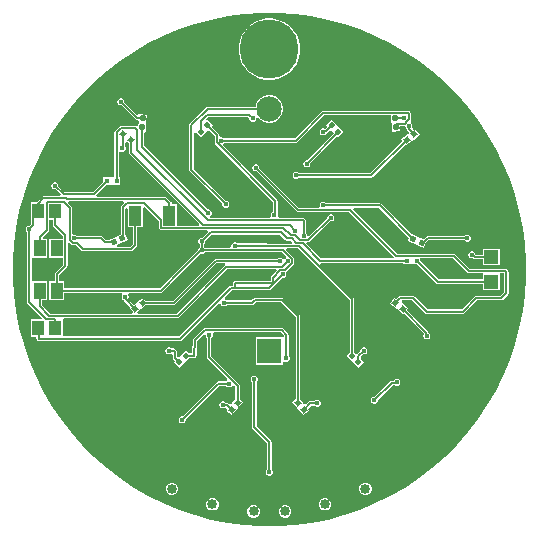
<source format=gbl>
G04*
G04 #@! TF.GenerationSoftware,Altium Limited,Altium Designer,25.0.2 (28)*
G04*
G04 Layer_Physical_Order=2*
G04 Layer_Color=16711680*
%FSLAX44Y44*%
%MOMM*%
G71*
G04*
G04 #@! TF.SameCoordinates,16F35CEF-FA67-4110-AEDA-BA59390F761F*
G04*
G04*
G04 #@! TF.FilePolarity,Positive*
G04*
G01*
G75*
%ADD14R,0.4500X0.4500*%
%ADD35C,2.1450*%
%ADD36R,2.1450X2.1450*%
%ADD38C,0.1600*%
%ADD39C,0.8500*%
%ADD40C,5.0000*%
%ADD41C,0.4000*%
%ADD42R,1.0500X1.4000*%
%ADD43R,1.1000X1.7000*%
%ADD44P,0.6364X4X263.0*%
%ADD45P,0.6364X4X187.0*%
%ADD46P,0.6364X4X293.0*%
%ADD47P,0.6364X4X180.0*%
%ADD48P,0.6364X4X173.0*%
%ADD49P,0.6364X4X160.0*%
%ADD50P,0.6364X4X100.0*%
%ADD51P,0.6364X4X400.0*%
%ADD52P,0.6364X4X270.0*%
%ADD53P,0.6364X4X277.0*%
%ADD54P,0.6364X4X350.0*%
%ADD55P,0.6364X4X50.0*%
%ADD56R,1.2000X1.2000*%
%ADD57R,1.0057X1.3082*%
G36*
X1349721Y1004943D02*
X1363820Y1003087D01*
X1377768Y1000313D01*
X1391505Y996632D01*
X1404971Y992061D01*
X1418109Y986619D01*
X1430864Y980329D01*
X1443180Y973218D01*
X1455004Y965318D01*
X1466286Y956660D01*
X1476978Y947284D01*
X1487034Y937228D01*
X1496410Y926536D01*
X1505068Y915254D01*
X1512968Y903430D01*
X1520079Y891114D01*
X1526369Y878359D01*
X1531811Y865221D01*
X1536382Y851755D01*
X1540063Y838018D01*
X1542837Y824070D01*
X1544693Y809971D01*
X1545623Y795780D01*
Y788670D01*
Y781560D01*
X1544693Y767369D01*
X1542837Y753270D01*
X1540063Y739322D01*
X1536382Y725585D01*
X1531811Y712119D01*
X1526369Y698981D01*
X1520079Y686226D01*
X1512968Y673910D01*
X1505068Y662086D01*
X1496410Y650804D01*
X1487034Y640112D01*
X1476978Y630056D01*
X1466286Y620680D01*
X1455004Y612022D01*
X1443180Y604122D01*
X1430864Y597011D01*
X1418109Y590721D01*
X1404971Y585279D01*
X1391505Y580708D01*
X1377768Y577027D01*
X1363820Y574253D01*
X1349721Y572397D01*
X1335531Y571467D01*
X1321310D01*
X1307119Y572397D01*
X1293020Y574253D01*
X1279072Y577027D01*
X1265335Y580708D01*
X1251869Y585279D01*
X1238731Y590721D01*
X1225976Y597011D01*
X1213660Y604122D01*
X1201836Y612022D01*
X1190554Y620680D01*
X1179862Y630056D01*
X1169806Y640112D01*
X1160430Y650804D01*
X1151772Y662086D01*
X1143872Y673910D01*
X1136761Y686226D01*
X1130471Y698981D01*
X1125029Y712119D01*
X1120458Y725585D01*
X1116777Y739322D01*
X1114003Y753270D01*
X1112147Y767369D01*
X1111217Y781560D01*
Y788670D01*
Y795780D01*
X1112147Y809971D01*
X1114003Y824070D01*
X1116777Y838018D01*
X1120458Y851755D01*
X1125029Y865221D01*
X1130471Y878359D01*
X1136761Y891114D01*
X1143872Y903430D01*
X1151772Y915254D01*
X1160430Y926536D01*
X1169806Y937228D01*
X1179862Y947284D01*
X1190554Y956660D01*
X1201836Y965318D01*
X1213660Y973218D01*
X1225976Y980329D01*
X1238731Y986619D01*
X1251869Y992061D01*
X1265335Y996632D01*
X1279072Y1000313D01*
X1293020Y1003087D01*
X1307119Y1004943D01*
X1321310Y1005873D01*
X1335531D01*
X1349721Y1004943D01*
D02*
G37*
%LPC*%
G36*
X1330981Y1001360D02*
X1325859D01*
X1320836Y1000361D01*
X1316104Y998401D01*
X1311846Y995555D01*
X1308224Y991934D01*
X1305379Y987676D01*
X1303419Y982944D01*
X1302420Y977921D01*
Y972799D01*
X1303419Y967776D01*
X1305379Y963044D01*
X1308224Y958786D01*
X1311846Y955164D01*
X1316104Y952319D01*
X1320836Y950359D01*
X1325859Y949360D01*
X1330981D01*
X1336004Y950359D01*
X1340736Y952319D01*
X1344994Y955164D01*
X1348616Y958786D01*
X1351461Y963044D01*
X1353421Y967776D01*
X1354420Y972799D01*
Y977921D01*
X1353421Y982944D01*
X1351461Y987676D01*
X1348616Y991934D01*
X1344994Y995555D01*
X1340736Y998401D01*
X1336004Y1000361D01*
X1330981Y1001360D01*
D02*
G37*
G36*
X1381172Y915424D02*
X1376576Y910828D01*
X1377576Y909828D01*
X1375813Y908064D01*
X1374737Y908510D01*
X1373543D01*
X1372441Y908053D01*
X1371597Y907209D01*
X1371140Y906107D01*
Y904913D01*
X1371597Y903811D01*
X1372441Y902967D01*
X1373543Y902510D01*
X1374737D01*
X1375839Y902967D01*
X1376683Y903811D01*
X1376862Y904243D01*
X1377015Y904274D01*
X1377610Y904671D01*
X1379684Y906745D01*
X1381172Y906232D01*
X1382232Y905172D01*
X1382745Y903684D01*
X1360339Y881278D01*
X1359337D01*
X1358235Y880821D01*
X1357391Y879977D01*
X1356934Y878874D01*
Y877681D01*
X1357391Y876578D01*
X1358235Y875734D01*
X1359337Y875278D01*
X1360531D01*
X1361634Y875734D01*
X1362478Y876578D01*
X1362934Y877681D01*
Y878682D01*
X1385828Y901576D01*
X1386828Y900575D01*
X1391425Y905172D01*
X1386899Y909697D01*
X1386828Y909768D01*
X1385768Y910828D01*
X1385697Y910899D01*
X1381172Y915424D01*
D02*
G37*
G36*
X1329964Y936395D02*
X1326876D01*
X1323894Y935596D01*
X1321221Y934053D01*
X1319038Y931870D01*
X1317494Y929196D01*
X1316773Y926506D01*
X1276206D01*
X1275504Y926366D01*
X1274909Y925968D01*
X1261082Y912142D01*
X1260684Y911546D01*
X1260545Y910844D01*
Y873252D01*
X1260684Y872550D01*
X1261082Y871954D01*
X1288590Y844446D01*
Y843445D01*
X1289047Y842343D01*
X1289891Y841499D01*
X1290993Y841042D01*
X1292187D01*
X1293289Y841499D01*
X1294133Y842343D01*
X1294590Y843445D01*
Y844639D01*
X1294133Y845741D01*
X1293289Y846585D01*
X1292187Y847042D01*
X1291185D01*
X1264215Y874012D01*
Y904115D01*
X1264446Y904374D01*
X1266239Y904508D01*
X1266608Y904140D01*
X1270172Y900575D01*
X1274768Y905172D01*
X1274768D01*
X1276029Y906432D01*
X1277629D01*
X1282145Y901916D01*
Y896316D01*
X1282285Y895614D01*
X1282682Y895018D01*
X1331665Y846036D01*
Y837667D01*
X1331039Y837408D01*
X1330195Y836564D01*
X1329738Y835461D01*
Y834268D01*
X1329843Y834015D01*
X1328854Y832415D01*
X1278338D01*
X1278020Y834015D01*
X1278303Y834133D01*
X1279147Y834977D01*
X1279604Y836079D01*
Y837273D01*
X1279147Y838375D01*
X1278303Y839219D01*
X1277201Y839676D01*
X1276199D01*
X1222487Y893389D01*
Y904469D01*
X1223606Y905494D01*
X1223606D01*
X1224164Y911870D01*
X1224303Y913464D01*
X1224312Y913563D01*
X1224870Y919939D01*
X1218394Y920506D01*
X1218353Y920028D01*
X1216700Y919495D01*
X1205690Y930505D01*
Y931507D01*
X1205233Y932609D01*
X1204389Y933453D01*
X1203287Y933910D01*
X1202093D01*
X1200991Y933453D01*
X1200147Y932609D01*
X1199690Y931507D01*
Y930313D01*
X1200147Y929211D01*
X1200991Y928367D01*
X1202093Y927910D01*
X1203095D01*
X1215108Y915896D01*
X1215704Y915498D01*
X1216406Y915359D01*
X1216760D01*
X1217841Y914179D01*
X1217697Y912536D01*
X1217688Y912437D01*
X1217504Y910328D01*
X1216761Y910058D01*
X1215859Y909879D01*
X1215394Y910190D01*
X1214692Y910329D01*
X1202689D01*
X1201987Y910190D01*
X1201391Y909792D01*
X1197772Y906173D01*
X1197374Y905577D01*
X1197235Y904875D01*
Y867297D01*
X1195820Y866850D01*
X1194320D01*
Y866850D01*
X1187820D01*
Y862945D01*
X1179134Y854259D01*
X1154936D01*
X1149810Y859385D01*
Y860387D01*
X1149353Y861489D01*
X1148509Y862333D01*
X1147407Y862790D01*
X1146213D01*
X1145111Y862333D01*
X1144267Y861489D01*
X1143810Y860387D01*
Y859193D01*
X1144267Y858091D01*
X1145111Y857247D01*
X1146213Y856790D01*
X1147215D01*
X1151628Y852377D01*
X1150965Y850777D01*
X1137129D01*
X1136427Y850637D01*
X1135831Y850239D01*
X1131440Y845848D01*
X1131235Y845541D01*
X1126709D01*
Y833948D01*
X1126674Y833771D01*
Y827009D01*
X1125625Y825960D01*
X1124623D01*
X1123521Y825503D01*
X1122677Y824659D01*
X1122220Y823557D01*
Y822363D01*
X1122677Y821261D01*
X1123385Y820553D01*
Y760984D01*
X1123524Y760282D01*
X1123922Y759686D01*
X1135590Y748019D01*
X1134977Y746541D01*
X1126709D01*
Y731459D01*
X1131120D01*
X1131157Y730197D01*
X1131231Y729873D01*
X1131296Y729548D01*
X1131311Y729525D01*
X1131317Y729499D01*
X1131509Y729228D01*
X1131694Y728952D01*
X1131716Y728937D01*
X1131732Y728915D01*
X1132013Y728739D01*
X1132289Y728554D01*
X1132316Y728549D01*
X1132339Y728535D01*
X1132665Y728480D01*
X1132991Y728415D01*
X1252982D01*
X1253684Y728554D01*
X1254280Y728952D01*
X1285720Y760393D01*
X1286396Y760283D01*
X1287438Y759848D01*
X1287777Y759031D01*
X1288621Y758187D01*
X1289723Y757730D01*
X1290917D01*
X1292019Y758187D01*
X1292727Y758895D01*
X1313949D01*
X1314651Y759034D01*
X1315247Y759432D01*
X1316741Y760927D01*
X1338201D01*
X1350702Y748426D01*
Y678842D01*
X1347975Y676712D01*
X1351916Y671669D01*
X1351977Y671590D01*
X1352901Y670408D01*
X1352962Y670329D01*
X1356903Y665286D01*
X1362025Y669288D01*
X1360917Y670706D01*
X1363774Y673564D01*
X1366894D01*
X1367361Y673097D01*
X1368463Y672640D01*
X1369657D01*
X1370759Y673097D01*
X1371603Y673941D01*
X1372060Y675043D01*
Y676237D01*
X1371603Y677339D01*
X1370759Y678183D01*
X1369657Y678640D01*
X1368463D01*
X1367361Y678183D01*
X1366517Y677339D01*
X1366473Y677234D01*
X1363014D01*
X1362312Y677094D01*
X1361716Y676696D01*
X1359529Y674510D01*
X1357865Y674611D01*
X1357099Y675592D01*
X1357038Y675670D01*
X1354373Y679082D01*
Y749186D01*
X1354233Y749888D01*
X1353835Y750483D01*
X1340259Y764060D01*
X1339663Y764458D01*
X1338961Y764597D01*
X1315981D01*
X1315279Y764458D01*
X1314684Y764060D01*
X1313189Y762565D01*
X1292727D01*
X1292019Y763273D01*
X1291202Y763612D01*
X1290767Y764654D01*
X1290657Y765330D01*
X1296668Y771341D01*
X1328166D01*
X1328868Y771480D01*
X1329464Y771878D01*
X1333528Y775942D01*
X1339445Y781860D01*
X1340447D01*
X1341549Y782317D01*
X1342393Y783161D01*
X1342850Y784263D01*
Y785457D01*
X1342437Y786455D01*
X1342781Y786685D01*
X1349088Y792992D01*
X1349486Y793587D01*
X1349625Y794290D01*
Y797438D01*
X1349486Y798140D01*
X1349088Y798736D01*
X1342761Y805062D01*
X1343424Y806663D01*
X1352663D01*
X1396336Y762989D01*
Y718589D01*
X1393575Y715828D01*
X1398171Y711232D01*
X1398171D01*
X1399303Y710101D01*
X1403828Y705576D01*
X1408425Y710172D01*
X1405664Y712933D01*
Y714728D01*
X1408025Y717090D01*
X1409027D01*
X1410129Y717547D01*
X1410973Y718391D01*
X1411430Y719493D01*
Y720687D01*
X1410973Y721789D01*
X1410129Y722633D01*
X1409027Y723090D01*
X1407833D01*
X1406731Y722633D01*
X1405887Y721789D01*
X1405430Y720687D01*
Y719685D01*
X1402531Y716786D01*
X1401874Y716722D01*
X1400007Y718589D01*
Y763750D01*
X1399867Y764452D01*
X1399469Y765047D01*
X1371662Y792855D01*
X1372324Y794455D01*
X1441820D01*
Y793040D01*
X1448320D01*
Y793040D01*
X1449820D01*
Y793040D01*
X1453725D01*
X1469562Y777202D01*
X1470158Y776804D01*
X1470860Y776665D01*
X1509380D01*
Y771500D01*
X1523380D01*
Y785500D01*
X1524848Y785819D01*
X1527245D01*
Y769478D01*
X1524142Y766375D01*
X1503408D01*
X1502706Y766236D01*
X1502110Y765838D01*
X1491218Y754945D01*
X1462530D01*
X1451638Y765838D01*
X1451042Y766236D01*
X1450340Y766375D01*
X1438925D01*
X1438223Y766236D01*
X1437628Y765838D01*
X1435706Y763916D01*
X1434288Y765025D01*
X1430286Y759903D01*
X1435330Y755962D01*
X1435408Y755901D01*
X1436590Y754977D01*
X1436669Y754916D01*
X1441712Y750975D01*
X1441712D01*
X1443038Y751056D01*
X1459416Y734678D01*
X1459227Y734489D01*
X1458770Y733387D01*
Y732193D01*
X1459227Y731091D01*
X1460071Y730247D01*
X1461173Y729790D01*
X1462367D01*
X1463469Y730247D01*
X1464313Y731091D01*
X1464770Y732193D01*
Y733387D01*
X1464313Y734489D01*
X1463469Y735333D01*
X1463127Y735475D01*
X1463006Y736081D01*
X1462608Y736676D01*
X1444606Y754679D01*
X1445714Y756097D01*
X1440671Y760038D01*
X1440490Y760179D01*
X1440311Y762307D01*
X1440672Y762705D01*
X1449580D01*
X1460472Y751812D01*
X1461068Y751414D01*
X1461770Y751275D01*
X1491978D01*
X1492680Y751414D01*
X1493276Y751812D01*
X1504168Y762705D01*
X1524902D01*
X1525605Y762844D01*
X1526200Y763242D01*
X1530378Y767420D01*
X1530776Y768016D01*
X1530915Y768718D01*
Y786717D01*
X1530776Y787419D01*
X1530378Y788015D01*
X1529440Y788952D01*
X1528845Y789350D01*
X1528143Y789489D01*
X1497836D01*
X1485674Y801652D01*
X1485078Y802050D01*
X1484376Y802189D01*
X1436622D01*
X1399221Y839591D01*
X1399883Y841191D01*
X1421003D01*
X1447048Y815146D01*
X1446060Y812702D01*
X1451994Y810305D01*
X1452087Y810267D01*
X1453478Y809706D01*
X1453571Y809668D01*
X1459504Y807271D01*
X1461283Y811672D01*
X1463115Y813505D01*
X1493653D01*
X1494361Y812797D01*
X1495463Y812340D01*
X1496657D01*
X1497759Y812797D01*
X1498603Y813641D01*
X1499060Y814743D01*
Y815937D01*
X1498603Y817039D01*
X1497759Y817883D01*
X1496657Y818340D01*
X1495463D01*
X1494361Y817883D01*
X1493653Y817175D01*
X1462355D01*
X1461653Y817036D01*
X1461057Y816638D01*
X1458932Y814512D01*
X1456006Y815695D01*
X1455913Y815732D01*
X1454522Y816294D01*
X1454429Y816332D01*
X1448765Y818620D01*
X1423061Y844324D01*
X1422466Y844722D01*
X1421763Y844861D01*
X1376293D01*
X1375585Y845569D01*
X1374483Y846026D01*
X1373289D01*
X1372187Y845569D01*
X1371343Y844725D01*
X1370886Y843623D01*
Y842429D01*
X1369732Y841035D01*
X1353580D01*
X1319990Y874625D01*
Y875627D01*
X1319533Y876729D01*
X1318689Y877573D01*
X1317587Y878030D01*
X1316393D01*
X1315291Y877573D01*
X1314447Y876729D01*
X1313990Y875627D01*
Y874433D01*
X1314447Y873331D01*
X1315291Y872487D01*
X1316393Y872030D01*
X1317395D01*
X1351523Y837902D01*
X1352118Y837504D01*
X1352820Y837365D01*
X1396256D01*
X1433895Y799725D01*
X1433233Y798125D01*
X1372077D01*
X1359817Y810385D01*
X1360429Y811863D01*
X1361450D01*
X1362152Y812003D01*
X1362747Y812401D01*
X1379832Y829485D01*
X1380833D01*
X1381935Y829942D01*
X1382779Y830786D01*
X1383236Y831888D01*
Y833082D01*
X1382779Y834184D01*
X1381935Y835028D01*
X1380833Y835485D01*
X1379639D01*
X1378537Y835028D01*
X1377693Y834184D01*
X1377236Y833082D01*
Y832081D01*
X1361918Y816763D01*
X1360376Y817483D01*
Y818096D01*
X1359919Y819198D01*
X1359211Y819906D01*
Y830326D01*
X1359072Y831028D01*
X1358674Y831624D01*
X1358420Y831878D01*
X1357824Y832276D01*
X1357122Y832415D01*
X1336622D01*
X1335633Y834015D01*
X1335738Y834268D01*
Y835461D01*
X1335335Y836433D01*
Y846796D01*
X1335196Y847498D01*
X1334798Y848094D01*
X1289336Y893556D01*
X1289479Y895347D01*
X1290187Y896055D01*
X1350772D01*
X1351474Y896194D01*
X1352070Y896592D01*
X1374900Y919423D01*
X1431176D01*
X1431697Y913464D01*
X1431697D01*
X1431828Y911970D01*
D01*
X1431836Y911870D01*
X1432394Y905494D01*
X1438869Y906061D01*
X1438581Y909353D01*
X1439662Y910533D01*
X1442934D01*
X1443530Y910044D01*
Y909993D01*
X1443987Y908891D01*
X1444831Y908047D01*
X1445154Y907913D01*
Y907582D01*
X1445294Y906879D01*
X1445692Y906284D01*
X1446438Y905537D01*
X1446283Y903765D01*
X1445522Y903232D01*
X1445440Y903175D01*
X1440197Y899504D01*
X1441321Y897899D01*
X1413683Y870261D01*
X1353433D01*
X1352725Y870969D01*
X1351623Y871426D01*
X1350429D01*
X1349327Y870969D01*
X1348483Y870125D01*
X1348026Y869023D01*
Y867829D01*
X1348483Y866727D01*
X1349327Y865883D01*
X1350429Y865426D01*
X1351623D01*
X1352725Y865883D01*
X1353433Y866591D01*
X1414444D01*
X1415146Y866730D01*
X1415741Y867128D01*
X1442884Y894271D01*
X1443925Y894180D01*
X1443925Y894180D01*
X1449168Y897850D01*
X1450479Y898768D01*
X1450561Y898825D01*
X1455803Y902496D01*
X1452075Y907820D01*
X1451230Y907229D01*
X1450006Y907733D01*
X1449291Y909416D01*
X1449530Y909993D01*
Y911187D01*
X1449073Y912289D01*
X1448229Y913133D01*
X1448216Y913183D01*
X1448027Y914949D01*
X1448226Y915247D01*
X1448365Y915949D01*
Y920750D01*
X1448226Y921452D01*
X1447828Y922048D01*
X1447320Y922556D01*
X1446724Y922954D01*
X1446022Y923093D01*
X1374140D01*
X1373438Y922954D01*
X1372842Y922556D01*
X1350012Y899725D01*
X1290187D01*
X1289479Y900433D01*
X1288377Y900890D01*
X1287183D01*
X1285815Y902055D01*
Y902676D01*
X1285676Y903379D01*
X1285278Y903974D01*
X1279424Y909828D01*
X1280424Y910828D01*
X1275828Y915424D01*
X1274790Y916594D01*
X1276348Y918153D01*
X1310515D01*
X1311450Y917218D01*
Y916343D01*
X1311907Y915241D01*
X1312751Y914397D01*
X1313853Y913940D01*
X1315047D01*
X1316149Y914397D01*
X1316993Y915241D01*
X1317450Y916343D01*
Y917021D01*
X1318992Y917458D01*
X1319050Y917459D01*
X1321221Y915288D01*
X1323894Y913744D01*
X1326876Y912945D01*
X1329964D01*
X1332946Y913744D01*
X1335619Y915288D01*
X1337802Y917471D01*
X1339346Y920145D01*
X1340145Y923127D01*
Y926214D01*
X1339346Y929196D01*
X1337802Y931870D01*
X1335619Y934053D01*
X1332946Y935596D01*
X1329964Y936395D01*
D02*
G37*
G36*
X1523380Y806500D02*
X1509380D01*
Y801335D01*
X1503150D01*
X1502870Y801615D01*
Y801967D01*
X1502413Y803069D01*
X1501569Y803913D01*
X1500467Y804370D01*
X1499273D01*
X1498171Y803913D01*
X1497327Y803069D01*
X1496870Y801967D01*
Y800773D01*
X1497327Y799671D01*
X1498171Y798827D01*
X1499273Y798370D01*
X1500467D01*
X1500790Y798504D01*
X1501092Y798202D01*
X1501687Y797804D01*
X1502389Y797665D01*
X1509380D01*
Y792500D01*
X1523380D01*
Y806500D01*
D02*
G37*
G36*
X1338961Y739197D02*
X1273556D01*
X1272854Y739058D01*
X1272258Y738660D01*
X1263876Y730278D01*
X1263687Y729994D01*
X1263492Y729715D01*
X1263488Y729697D01*
X1263478Y729682D01*
X1263412Y729349D01*
X1263339Y729016D01*
X1263120Y717664D01*
X1260589D01*
X1257828Y720424D01*
X1253303Y715899D01*
X1253232Y715828D01*
X1252172Y714768D01*
X1252101Y714697D01*
X1251562Y714159D01*
X1250202Y715061D01*
Y719153D01*
X1250062Y719855D01*
X1249665Y720451D01*
X1248727Y721388D01*
X1248132Y721786D01*
X1247430Y721925D01*
X1245737D01*
X1245029Y722633D01*
X1243927Y723090D01*
X1242733D01*
X1241631Y722633D01*
X1240787Y721789D01*
X1240330Y720687D01*
Y719493D01*
X1240787Y718391D01*
X1241631Y717547D01*
X1242733Y717090D01*
X1243927D01*
X1245029Y717547D01*
X1246532Y716786D01*
Y713977D01*
X1246671Y713274D01*
X1247069Y712679D01*
X1248576Y711172D01*
X1247576Y710172D01*
X1252172Y705576D01*
X1256697Y710101D01*
X1256768Y710172D01*
X1257828Y711232D01*
X1257899Y711303D01*
X1260589Y713993D01*
X1264920D01*
X1265254Y714060D01*
X1265589Y714120D01*
X1265605Y714129D01*
X1265622Y714133D01*
X1265906Y714322D01*
X1266192Y714506D01*
X1266203Y714521D01*
X1266218Y714531D01*
X1266407Y714814D01*
X1266602Y715094D01*
X1266606Y715111D01*
X1266616Y715126D01*
X1266682Y715460D01*
X1266755Y715793D01*
X1266995Y728205D01*
X1272766Y733977D01*
X1274366Y733314D01*
Y732828D01*
X1274823Y731726D01*
X1275531Y731018D01*
Y714288D01*
X1275670Y713586D01*
X1276068Y712990D01*
X1292574Y696485D01*
X1292431Y694693D01*
X1291723Y693985D01*
X1285240D01*
X1284538Y693846D01*
X1283942Y693448D01*
X1255165Y664670D01*
X1254163D01*
X1253061Y664213D01*
X1252217Y663369D01*
X1251760Y662267D01*
Y661073D01*
X1252217Y659971D01*
X1253061Y659127D01*
X1254163Y658670D01*
X1255357D01*
X1256459Y659127D01*
X1257303Y659971D01*
X1257760Y661073D01*
Y662075D01*
X1286000Y690315D01*
X1291723D01*
X1292431Y689607D01*
X1293533Y689150D01*
X1294727D01*
X1295829Y689607D01*
X1296673Y690451D01*
X1298465Y690594D01*
X1299627Y689431D01*
Y679082D01*
X1296962Y675671D01*
X1296900Y675592D01*
X1296135Y674612D01*
X1294471Y674510D01*
X1293772Y675209D01*
X1293177Y675606D01*
X1292474Y675746D01*
X1291727D01*
X1291593Y676069D01*
X1290749Y676913D01*
X1289647Y677370D01*
X1288453D01*
X1287351Y676913D01*
X1286507Y676069D01*
X1286050Y674967D01*
Y673773D01*
X1286507Y672671D01*
X1287351Y671827D01*
X1288453Y671370D01*
X1289647D01*
X1290749Y671827D01*
X1291745Y671591D01*
X1292518Y669982D01*
X1291976Y669288D01*
X1297097Y665286D01*
X1301038Y670329D01*
X1301099Y670408D01*
X1302084Y671669D01*
X1306024Y676712D01*
X1303298Y678842D01*
Y690191D01*
X1303158Y690894D01*
X1302760Y691489D01*
X1279201Y715048D01*
Y731018D01*
X1279909Y731726D01*
X1280366Y732828D01*
Y734022D01*
X1281474Y735527D01*
X1338201D01*
X1340977Y732750D01*
X1340024Y731495D01*
X1316695D01*
Y708045D01*
X1340145D01*
Y710160D01*
X1340357Y710394D01*
X1341745Y711097D01*
X1342301Y710867D01*
X1343495D01*
X1344597Y711324D01*
X1345441Y712168D01*
X1345898Y713270D01*
Y714464D01*
X1345441Y715566D01*
X1344733Y716274D01*
Y733425D01*
X1344594Y734127D01*
X1344196Y734723D01*
X1340259Y738660D01*
X1339663Y739058D01*
X1338961Y739197D01*
D02*
G37*
G36*
X1436967Y696420D02*
X1435773D01*
X1434671Y695963D01*
X1433827Y695119D01*
X1433693Y694796D01*
X1432101D01*
X1431398Y694656D01*
X1430803Y694258D01*
X1417725Y681180D01*
X1416723D01*
X1415621Y680723D01*
X1414777Y679879D01*
X1414320Y678777D01*
Y677583D01*
X1414777Y676481D01*
X1415621Y675637D01*
X1416723Y675180D01*
X1417917D01*
X1419019Y675637D01*
X1419863Y676481D01*
X1420320Y677583D01*
Y678585D01*
X1432861Y691125D01*
X1434422D01*
X1434671Y690877D01*
X1435773Y690420D01*
X1436967D01*
X1438069Y690877D01*
X1438913Y691721D01*
X1439370Y692823D01*
Y694017D01*
X1438913Y695119D01*
X1438069Y695963D01*
X1436967Y696420D01*
D02*
G37*
G36*
X1316317Y698960D02*
X1315123D01*
X1314021Y698503D01*
X1313177Y697659D01*
X1312720Y696557D01*
Y695363D01*
X1313177Y694261D01*
X1313885Y693553D01*
Y655320D01*
X1314024Y654618D01*
X1314422Y654022D01*
X1326585Y641860D01*
Y619627D01*
X1325877Y618919D01*
X1325420Y617817D01*
Y616623D01*
X1325877Y615521D01*
X1326721Y614677D01*
X1327823Y614220D01*
X1329017D01*
X1330119Y614677D01*
X1330963Y615521D01*
X1331420Y616623D01*
Y617817D01*
X1330963Y618919D01*
X1330255Y619627D01*
Y642620D01*
X1330116Y643322D01*
X1329718Y643918D01*
X1317555Y656080D01*
Y693553D01*
X1318263Y694261D01*
X1318720Y695363D01*
Y696557D01*
X1318263Y697659D01*
X1317419Y698503D01*
X1316317Y698960D01*
D02*
G37*
G36*
X1410744Y608250D02*
X1408656D01*
X1406726Y607451D01*
X1405249Y605974D01*
X1404450Y604044D01*
Y601956D01*
X1405249Y600026D01*
X1406726Y598549D01*
X1408656Y597750D01*
X1410744D01*
X1412674Y598549D01*
X1414151Y600026D01*
X1414950Y601956D01*
Y604044D01*
X1414151Y605974D01*
X1412674Y607451D01*
X1410744Y608250D01*
D02*
G37*
G36*
X1246914D02*
X1244826D01*
X1242896Y607451D01*
X1241419Y605974D01*
X1240620Y604044D01*
Y601956D01*
X1241419Y600026D01*
X1242896Y598549D01*
X1244826Y597750D01*
X1246914D01*
X1248844Y598549D01*
X1250321Y600026D01*
X1251120Y601956D01*
Y604044D01*
X1250321Y605974D01*
X1248844Y607451D01*
X1246914Y608250D01*
D02*
G37*
G36*
X1376454Y595250D02*
X1374366D01*
X1372436Y594451D01*
X1370959Y592974D01*
X1370160Y591044D01*
Y588955D01*
X1370959Y587026D01*
X1372436Y585549D01*
X1374366Y584750D01*
X1376454D01*
X1378384Y585549D01*
X1379861Y587026D01*
X1380660Y588955D01*
Y591044D01*
X1379861Y592974D01*
X1378384Y594451D01*
X1376454Y595250D01*
D02*
G37*
G36*
X1281204D02*
X1279116D01*
X1277186Y594451D01*
X1275709Y592974D01*
X1274910Y591044D01*
Y588955D01*
X1275709Y587026D01*
X1277186Y585549D01*
X1279116Y584750D01*
X1281204D01*
X1283134Y585549D01*
X1284611Y587026D01*
X1285410Y588955D01*
Y591044D01*
X1284611Y592974D01*
X1283134Y594451D01*
X1281204Y595250D01*
D02*
G37*
G36*
X1342884Y589250D02*
X1340795D01*
X1338866Y588451D01*
X1337389Y586974D01*
X1336590Y585044D01*
Y582956D01*
X1337389Y581026D01*
X1338866Y579549D01*
X1340795Y578750D01*
X1342884D01*
X1344814Y579549D01*
X1346291Y581026D01*
X1347090Y582956D01*
Y585044D01*
X1346291Y586974D01*
X1344814Y588451D01*
X1342884Y589250D01*
D02*
G37*
G36*
X1316044D02*
X1313956D01*
X1312026Y588451D01*
X1310549Y586974D01*
X1309750Y585044D01*
Y582956D01*
X1310549Y581026D01*
X1312026Y579549D01*
X1313956Y578750D01*
X1316044D01*
X1317974Y579549D01*
X1319451Y581026D01*
X1320250Y582956D01*
Y585044D01*
X1319451Y586974D01*
X1317974Y588451D01*
X1316044Y589250D01*
D02*
G37*
%LPD*%
G36*
X1209481Y895996D02*
Y887740D01*
X1209621Y887037D01*
X1210019Y886442D01*
X1251403Y845058D01*
X1250308Y843890D01*
X1245695D01*
Y844804D01*
X1245555Y845506D01*
X1245158Y846102D01*
X1241704Y849555D01*
X1241109Y849953D01*
X1240406Y850093D01*
X1182421D01*
X1181758Y851693D01*
X1190415Y860350D01*
X1194320D01*
Y860350D01*
X1195820D01*
Y860350D01*
X1202320D01*
Y866850D01*
X1200905D01*
Y888089D01*
X1201535Y888511D01*
X1202505Y888895D01*
X1203363Y888540D01*
X1204557D01*
X1205659Y888997D01*
X1206503Y889841D01*
X1206960Y890943D01*
Y892137D01*
X1206559Y893105D01*
Y896089D01*
X1208159Y896922D01*
X1209481Y895996D01*
D02*
G37*
G36*
X1269171Y827290D02*
X1268559Y825811D01*
X1250360D01*
Y843838D01*
X1251528Y844933D01*
X1269171Y827290D01*
D02*
G37*
G36*
X1205066Y844822D02*
X1202916Y842673D01*
X1202518Y842077D01*
X1202379Y841375D01*
Y818018D01*
X1199817Y816823D01*
X1198367Y816147D01*
Y816147D01*
X1193041Y813663D01*
X1190242D01*
X1187268Y816638D01*
X1186673Y817036D01*
X1185970Y817175D01*
X1165727D01*
X1165019Y817883D01*
X1163917Y818340D01*
X1162723D01*
X1161355Y819505D01*
Y840997D01*
X1161216Y841700D01*
X1160818Y842295D01*
X1158290Y844822D01*
X1158953Y846422D01*
X1204403D01*
X1205066Y844822D01*
D02*
G37*
G36*
X1341854Y813749D02*
X1342450Y813351D01*
X1343152Y813212D01*
X1346571D01*
X1347971Y811811D01*
X1347359Y810333D01*
X1327763D01*
X1327250Y810676D01*
X1326548Y810815D01*
X1301617D01*
X1300909Y811523D01*
X1299807Y811980D01*
X1298613D01*
X1297511Y811523D01*
X1296667Y810679D01*
X1296210Y809577D01*
Y808383D01*
X1295045Y807015D01*
X1273677D01*
X1273105Y807587D01*
Y810393D01*
X1273813Y811101D01*
X1274270Y812203D01*
Y813205D01*
X1279469Y818403D01*
X1337200D01*
X1341854Y813749D01*
D02*
G37*
G36*
X1208360Y839962D02*
Y824890D01*
X1213025D01*
Y810385D01*
X1210417Y807777D01*
X1199494D01*
X1199148Y809339D01*
X1201114Y810256D01*
X1201114Y810256D01*
X1202474Y810890D01*
X1202474Y810890D01*
X1208365Y813637D01*
X1206049Y818603D01*
Y840190D01*
X1206760Y840744D01*
X1208360Y839962D01*
D02*
G37*
G36*
X1234637Y829947D02*
Y824230D01*
X1234776Y823528D01*
X1235174Y822932D01*
X1235428Y822678D01*
X1236024Y822280D01*
X1236726Y822141D01*
X1275752D01*
X1276415Y820541D01*
X1271675Y815800D01*
X1270673D01*
X1269571Y815343D01*
X1268727Y814499D01*
X1268270Y813397D01*
Y812203D01*
X1268727Y811101D01*
X1269435Y810393D01*
Y807587D01*
X1268727Y806879D01*
X1268270Y805777D01*
Y805577D01*
X1252344Y789651D01*
X1251946Y789056D01*
X1251922Y788935D01*
X1235712Y772725D01*
X1154670D01*
Y778670D01*
X1150255D01*
Y784100D01*
X1156998Y790842D01*
X1157396Y791438D01*
X1157535Y792140D01*
Y810893D01*
X1159135Y811555D01*
X1160448Y810242D01*
X1161044Y809845D01*
X1161746Y809705D01*
X1164582D01*
X1169642Y804644D01*
X1170238Y804246D01*
X1170940Y804107D01*
X1211177D01*
X1211880Y804246D01*
X1212475Y804644D01*
X1216158Y808327D01*
X1216556Y808923D01*
X1216695Y809625D01*
Y824890D01*
X1221360D01*
Y840961D01*
X1222960Y841623D01*
X1234637Y829947D01*
D02*
G37*
G36*
X1342434Y800198D02*
X1342291Y798407D01*
X1341880Y797996D01*
X1340965Y797686D01*
X1339880Y797962D01*
X1339517Y798325D01*
X1338415Y798782D01*
X1337221D01*
X1336119Y798325D01*
X1335411Y797617D01*
X1282954D01*
X1282252Y797478D01*
X1281656Y797080D01*
X1246875Y762298D01*
X1223843D01*
X1221712Y765025D01*
X1216590Y761023D01*
X1216590Y761023D01*
X1215408Y760099D01*
X1215330Y760038D01*
X1213990Y758991D01*
X1208957Y764024D01*
X1209043Y764111D01*
X1209500Y765213D01*
Y766407D01*
X1209043Y767509D01*
X1209761Y769055D01*
X1236472D01*
X1237174Y769194D01*
X1237770Y769592D01*
X1254939Y786762D01*
X1255337Y787357D01*
X1255361Y787477D01*
X1270242Y802359D01*
X1270673Y802180D01*
X1271867D01*
X1272969Y802637D01*
X1273677Y803345D01*
X1339288D01*
X1342434Y800198D01*
D02*
G37*
G36*
X1495778Y786356D02*
X1496374Y785958D01*
X1497076Y785819D01*
X1507912D01*
X1509380Y785500D01*
Y780335D01*
X1471620D01*
X1456320Y795635D01*
Y798519D01*
X1483616D01*
X1495778Y786356D01*
D02*
G37*
G36*
X1290939Y792347D02*
X1290800Y792254D01*
X1249936Y751389D01*
X1217275D01*
X1216754Y752902D01*
X1219410Y754977D01*
X1219410Y754977D01*
X1220592Y755901D01*
X1224082Y758627D01*
X1247635D01*
X1248337Y758767D01*
X1248932Y759165D01*
X1283714Y793947D01*
X1290454D01*
X1290939Y792347D01*
D02*
G37*
G36*
X1145427Y826317D02*
X1145567Y825615D01*
X1145965Y825020D01*
X1153865Y817120D01*
Y814670D01*
X1142170D01*
Y798670D01*
X1153865D01*
Y792900D01*
X1147122Y786158D01*
X1146724Y785562D01*
X1146585Y784860D01*
Y778670D01*
X1142170D01*
Y762670D01*
X1154670D01*
Y769055D01*
X1203239D01*
X1203957Y767509D01*
X1203500Y766407D01*
Y765213D01*
X1203957Y764111D01*
X1204801Y763267D01*
X1205188Y763107D01*
X1205264Y762724D01*
X1205661Y762128D01*
X1210367Y757423D01*
X1210286Y756097D01*
Y756097D01*
X1212841Y752827D01*
X1212140Y751389D01*
X1142927D01*
X1135755Y758561D01*
Y762670D01*
X1140170D01*
Y778670D01*
X1127670D01*
X1127055Y780015D01*
Y797325D01*
X1127670Y798670D01*
X1140170D01*
Y814670D01*
X1137092D01*
X1136429Y816270D01*
X1141504Y821344D01*
X1141902Y821940D01*
X1142041Y822642D01*
Y830459D01*
X1145427D01*
Y826317D01*
D02*
G37*
G36*
X1334663Y787643D02*
X1329995Y782974D01*
X1329597Y782379D01*
X1329458Y781677D01*
Y779075D01*
X1299133D01*
X1298431Y778936D01*
X1297836Y778538D01*
X1297438Y777942D01*
X1297298Y777240D01*
Y775011D01*
X1295908D01*
X1295206Y774872D01*
X1294610Y774474D01*
X1252222Y732085D01*
X1153291D01*
Y746541D01*
X1154310Y747719D01*
X1250696D01*
X1251398Y747858D01*
X1251994Y748256D01*
X1292858Y789121D01*
X1334051D01*
X1334663Y787643D01*
D02*
G37*
D14*
X1445070Y796290D02*
D03*
X1453070D02*
D03*
X1199070Y863600D02*
D03*
X1191070D02*
D03*
D35*
X1328420Y924670D02*
D03*
D36*
Y719770D02*
D03*
D38*
X1450340Y764540D02*
X1461770Y753110D01*
X1491978D02*
X1503408Y764540D01*
X1438925D02*
X1450340D01*
X1461770Y753110D02*
X1491978D01*
X1503408Y764540D02*
X1524902D01*
X1529080Y768718D01*
X1434848Y760463D02*
X1438925Y764540D01*
X1262380Y873252D02*
X1291590Y844042D01*
X1262380Y910844D02*
X1276206Y924670D01*
X1262380Y873252D02*
Y910844D01*
X1289509Y673911D02*
X1292474D01*
X1289050Y674370D02*
X1289509Y673911D01*
X1292474D02*
X1296537Y669848D01*
X1277366Y714288D02*
X1301463Y690191D01*
X1285240Y692150D02*
X1294130D01*
X1301463Y676152D02*
Y690191D01*
X1254760Y661670D02*
X1285240Y692150D01*
X1277366Y714288D02*
Y733425D01*
X1338961Y737362D02*
X1342898Y733425D01*
X1273556Y737362D02*
X1338961D01*
X1265174Y728980D02*
X1273556Y737362D01*
X1264920Y715828D02*
X1265174Y728980D01*
X1315720Y655320D02*
Y695960D01*
Y655320D02*
X1328420Y642620D01*
Y617220D02*
Y642620D01*
X1338961Y762762D02*
X1352537Y749186D01*
Y676152D02*
Y749186D01*
X1204724Y892953D02*
Y903294D01*
X1203960Y891540D02*
Y892189D01*
X1204724Y892953D01*
X1357519Y669904D02*
X1363014Y675399D01*
X1368819D01*
X1403828Y710172D02*
Y715489D01*
X1408430Y720090D01*
X1202690Y930910D02*
X1216406Y917194D01*
X1221140D02*
X1221349Y916985D01*
X1216406Y917194D02*
X1221140D01*
X1146810Y859790D02*
X1154176Y852424D01*
X1179894D01*
X1191070Y863600D01*
X1125220Y760984D02*
X1139444Y746760D01*
X1128509Y833771D02*
X1132737Y838000D01*
X1128509Y826249D02*
Y833771D01*
X1125220Y760984D02*
Y822960D01*
X1128509Y826249D01*
X1132737Y838000D02*
Y844550D01*
X1159520Y813766D02*
X1161746Y811540D01*
X1159520Y813766D02*
Y840997D01*
X1163320Y815340D02*
X1185970D01*
X1189482Y811828D01*
X1161746Y811540D02*
X1165342D01*
X1170940Y805942D01*
X1154176Y846341D02*
X1159520Y840997D01*
X1204214Y815209D02*
Y841375D01*
X1240406Y848257D02*
X1243860Y844804D01*
X1137129Y848942D02*
X1156008D01*
X1156692Y848257D01*
X1207643Y844804D02*
X1222375D01*
X1204214Y841375D02*
X1207643Y844804D01*
X1236472Y824230D02*
Y830707D01*
X1222375Y844804D02*
X1236472Y830707D01*
X1156692Y848257D02*
X1240406D01*
X1189482Y811828D02*
X1196795D01*
X1170940Y805942D02*
X1211177D01*
X1313949Y760730D02*
X1315981Y762762D01*
X1290320Y760730D02*
X1313949D01*
X1315981Y762762D02*
X1338961D01*
X1271270Y805180D02*
X1340048D01*
X1347790Y797438D01*
X1331293Y778177D02*
X1332230Y777240D01*
X1331293Y778177D02*
Y781677D01*
X1341484Y787983D02*
X1347790Y794290D01*
X1337599Y787983D02*
X1341484D01*
X1253641Y788353D02*
X1271270Y805982D01*
X1331293Y781677D02*
X1337599Y787983D01*
X1299210Y808980D02*
X1326548D01*
X1347790Y794290D02*
Y797438D01*
X1326548Y808980D02*
X1327030Y808498D01*
X1339082Y790956D02*
X1343990Y795864D01*
X1247635Y760463D02*
X1282954Y795782D01*
X1271270Y805982D02*
Y812800D01*
X1292098Y790956D02*
X1339082D01*
X1253641Y788059D02*
Y788353D01*
X1282954Y795782D02*
X1337818D01*
X1236472Y770890D02*
X1253641Y788059D01*
X1271270Y812800D02*
X1278709Y820239D01*
X1337960D01*
X1327030Y808498D02*
X1353423D01*
X1361450Y813699D02*
X1380236Y832485D01*
X1353947Y813699D02*
X1361450D01*
X1353423Y808498D02*
X1398171Y763750D01*
X1347331Y815047D02*
X1351280Y811098D01*
X1356508D01*
X1349998Y817647D02*
X1353947Y813699D01*
X1346708Y817647D02*
X1349998D01*
X1343152Y815047D02*
X1347331D01*
X1340379Y823976D02*
X1346708Y817647D01*
X1337960Y820239D02*
X1343152Y815047D01*
X1345504Y826577D02*
X1350391Y821690D01*
X1332230Y777240D02*
X1339850Y784860D01*
X1299133Y773176D02*
X1328166D01*
X1332230Y777240D01*
X1299133D02*
X1332230D01*
X1316990Y875030D02*
X1352820Y839200D01*
X1397016D01*
X1270172Y905172D02*
Y914572D01*
X1275588Y919988D02*
X1311275D01*
X1270172Y914572D02*
X1275588Y919988D01*
X1314323Y916940D02*
X1314450D01*
X1311275Y919988D02*
X1314323Y916940D01*
X1276206Y924670D02*
X1328420D01*
X1283980Y896316D02*
X1333500Y846796D01*
X1283980Y896316D02*
Y902676D01*
X1287780Y897890D02*
X1350772D01*
X1275828Y910828D02*
X1283980Y902676D01*
X1333500Y835627D02*
Y846796D01*
X1350772Y897890D02*
X1374140Y921258D01*
X1376313Y905969D02*
X1381172Y910828D01*
X1374599Y905969D02*
X1376313D01*
X1374140Y905510D02*
X1374599Y905969D01*
X1446530Y915949D02*
Y920750D01*
Y910590D02*
X1446989Y910131D01*
X1434651Y916985D02*
X1434793Y917127D01*
X1446989Y907582D02*
X1451277Y903294D01*
X1444956Y914390D02*
X1444971D01*
X1434793Y917127D02*
X1442333D01*
X1436110Y912368D02*
X1442934D01*
X1442333Y917127D02*
X1442475Y917269D01*
X1442934Y912368D02*
X1444956Y914390D01*
X1444971D02*
X1446530Y915949D01*
X1446989Y907582D02*
Y910131D01*
X1435348Y909015D02*
Y911606D01*
X1436110Y912368D01*
X1529080Y768718D02*
Y786717D01*
X1528143Y787654D02*
X1529080Y786717D01*
X1497076Y787654D02*
X1528143D01*
X1502389Y799500D02*
X1516380D01*
X1499870Y801370D02*
X1500519D01*
X1502389Y799500D01*
X1462355Y815340D02*
X1496060D01*
X1457708Y811502D02*
X1458517D01*
X1462355Y815340D01*
X1461311Y733249D02*
Y735379D01*
X1441152Y755537D02*
X1461311Y735379D01*
Y733249D02*
X1461770Y732790D01*
X1417320Y678180D02*
X1432101Y692961D01*
X1435911D02*
X1436370Y693420D01*
X1432101Y692961D02*
X1435911D01*
X1368819Y675399D02*
X1369060Y675640D01*
X1206959Y763426D02*
X1214848Y755537D01*
X1206959Y763426D02*
Y765351D01*
X1206500Y765810D02*
X1206959Y765351D01*
X1247430Y720090D02*
X1248367Y719153D01*
X1243330Y720090D02*
X1247430D01*
X1248367Y713977D02*
Y719153D01*
Y713977D02*
X1252172Y710172D01*
X1211277Y897372D02*
X1211316D01*
X1295908Y773176D02*
X1299133D01*
X1148420Y770890D02*
Y784860D01*
Y770670D02*
Y770890D01*
X1236472D01*
X1139444Y746760D02*
X1147009D01*
X1147263Y739000D01*
X1332738Y834865D02*
X1333500Y835627D01*
X1446022Y921258D02*
X1446530Y920750D01*
X1374140Y921258D02*
X1446022D01*
X1398171Y715828D02*
Y763750D01*
X1204046Y815209D02*
X1204214D01*
X1236472Y824230D02*
X1236726Y823976D01*
X1340379D01*
X1257828Y715828D02*
X1264920D01*
X1342898Y713867D02*
Y733425D01*
X1133920Y757801D02*
Y770670D01*
Y757801D02*
X1142167Y749554D01*
X1250696D01*
X1292098Y790956D01*
X1299133Y773176D02*
Y777240D01*
X1252982Y730250D02*
X1295908Y773176D01*
X1132991Y730250D02*
X1252982D01*
X1132737Y739000D02*
X1132991Y730250D01*
X1356508Y811098D02*
X1371317Y796290D01*
X1445070D01*
X1214860Y809625D02*
Y834390D01*
X1211177Y805942D02*
X1214860Y809625D01*
X1140460Y846341D02*
X1154176D01*
X1140206Y846087D02*
X1140460Y846341D01*
X1140206Y822642D02*
Y846087D01*
X1133920Y816356D02*
X1140206Y822642D01*
X1133920Y806670D02*
Y816356D01*
X1132737Y844550D02*
X1137129Y848942D01*
X1243860Y834390D02*
Y844804D01*
X1211277Y897372D02*
Y898706D01*
X1211316Y887740D02*
Y897372D01*
Y887740D02*
X1272479Y826577D01*
X1345504D01*
X1484376Y800354D02*
X1497076Y787654D01*
X1435862Y800354D02*
X1484376D01*
X1397016Y839200D02*
X1435862Y800354D01*
X1373886Y843026D02*
X1421763D01*
X1450291Y814498D01*
X1359934Y878278D02*
X1386828Y905172D01*
X1357376Y817499D02*
Y830326D01*
X1357122Y830580D02*
X1357376Y830326D01*
X1276096Y830580D02*
X1357122D01*
X1216406Y890270D02*
X1276096Y830580D01*
X1216406Y890270D02*
Y906780D01*
X1214692Y908494D02*
X1216406Y906780D01*
X1202689Y908494D02*
X1214692D01*
X1199070Y904875D02*
X1202689Y908494D01*
X1199070Y863600D02*
Y904875D01*
X1221152Y760463D02*
X1247635D01*
X1220651Y892629D02*
Y909015D01*
Y892629D02*
X1276604Y836676D01*
X1351026Y868426D02*
X1414444D01*
X1444724Y898706D01*
X1453070Y796290D02*
X1470860Y778500D01*
X1516380D01*
X1147263Y826317D02*
Y838000D01*
Y826317D02*
X1155700Y817880D01*
Y792140D02*
Y817880D01*
X1148420Y784860D02*
X1155700Y792140D01*
D39*
X1245870Y603000D02*
D03*
X1375410Y590000D02*
D03*
X1315000Y584000D02*
D03*
X1280160Y590000D02*
D03*
X1341840Y584000D02*
D03*
X1409700Y603000D02*
D03*
D40*
X1328420Y975360D02*
D03*
D41*
X1289050Y674370D02*
D03*
X1294130Y692150D02*
D03*
X1277366Y733425D02*
D03*
X1254760Y661670D02*
D03*
X1315720Y695960D02*
D03*
X1328420Y617220D02*
D03*
X1408430Y720090D02*
D03*
X1202690Y930910D02*
D03*
X1203960Y891540D02*
D03*
X1146810Y859790D02*
D03*
X1125220Y822960D02*
D03*
X1163320Y815340D02*
D03*
X1290320Y760730D02*
D03*
X1299210Y808980D02*
D03*
X1271270Y805180D02*
D03*
Y812800D02*
D03*
X1350391Y821690D02*
D03*
X1339850Y784860D02*
D03*
X1316990Y875030D02*
D03*
X1314450Y916940D02*
D03*
X1287780Y897890D02*
D03*
X1374140Y905510D02*
D03*
X1442475Y917269D02*
D03*
X1446530Y910590D02*
D03*
X1499870Y801370D02*
D03*
X1496060Y815340D02*
D03*
X1461770Y732790D02*
D03*
X1436370Y693420D02*
D03*
X1417320Y678180D02*
D03*
X1369060Y675640D02*
D03*
X1206500Y765810D02*
D03*
X1243330Y720090D02*
D03*
X1332738Y834865D02*
D03*
X1380236Y832485D02*
D03*
X1342898Y713867D02*
D03*
X1343990Y795864D02*
D03*
X1291590Y844042D02*
D03*
X1373886Y843026D02*
D03*
X1359934Y878278D02*
D03*
X1357376Y817499D02*
D03*
X1337818Y795782D02*
D03*
X1276604Y836676D02*
D03*
X1351026Y868426D02*
D03*
D42*
X1133920Y806670D02*
D03*
Y770670D02*
D03*
X1148420Y806670D02*
D03*
Y770670D02*
D03*
D43*
X1243860Y834390D02*
D03*
X1214860D02*
D03*
D44*
X1352537Y676152D02*
D03*
X1357463Y669848D02*
D03*
D45*
X1301463Y676152D02*
D03*
X1296537Y669848D02*
D03*
D46*
X1450291Y814498D02*
D03*
X1457708Y811502D02*
D03*
D47*
X1257828Y715828D02*
D03*
X1252172Y710172D02*
D03*
X1275828Y910828D02*
D03*
X1270172Y905172D02*
D03*
D48*
X1221152Y760463D02*
D03*
X1214848Y755537D02*
D03*
D49*
X1204046Y815209D02*
D03*
X1196795Y811828D02*
D03*
D50*
X1211277Y898706D02*
D03*
X1204724Y903294D02*
D03*
D51*
X1220651Y909015D02*
D03*
X1221349Y916985D02*
D03*
D52*
X1398171Y715828D02*
D03*
X1403828Y710172D02*
D03*
X1386828Y905172D02*
D03*
X1381172Y910828D02*
D03*
D53*
X1434848Y760463D02*
D03*
X1441152Y755537D02*
D03*
D54*
X1444724Y898706D02*
D03*
X1451277Y903294D02*
D03*
D55*
X1435348Y909015D02*
D03*
X1434651Y916985D02*
D03*
D56*
X1516380Y778500D02*
D03*
Y799500D02*
D03*
D57*
X1132737Y838000D02*
D03*
X1147263D02*
D03*
Y739000D02*
D03*
X1132737D02*
D03*
M02*

</source>
